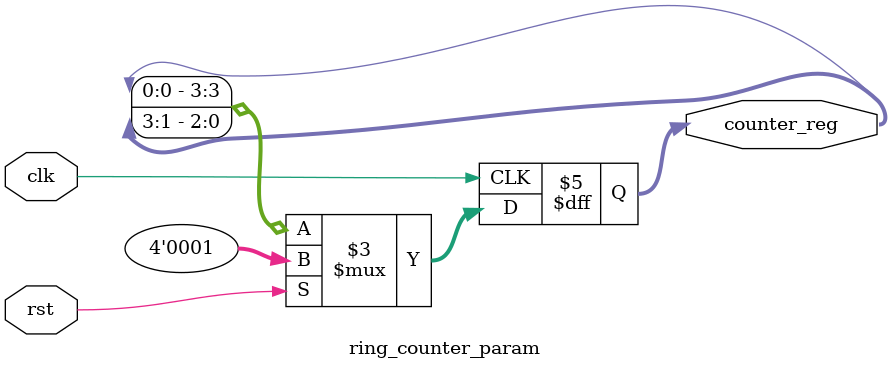
<source format=sv>
module ring_counter_param #(parameter WIDTH=4) (
    input clk, rst,
    output reg [WIDTH-1:0] counter_reg
);
always @(posedge clk) begin
    if (rst) counter_reg <= {{WIDTH-1{1'b0}}, 1'b1};
    else counter_reg <= {counter_reg[0], counter_reg[WIDTH-1:1]};
end
endmodule

</source>
